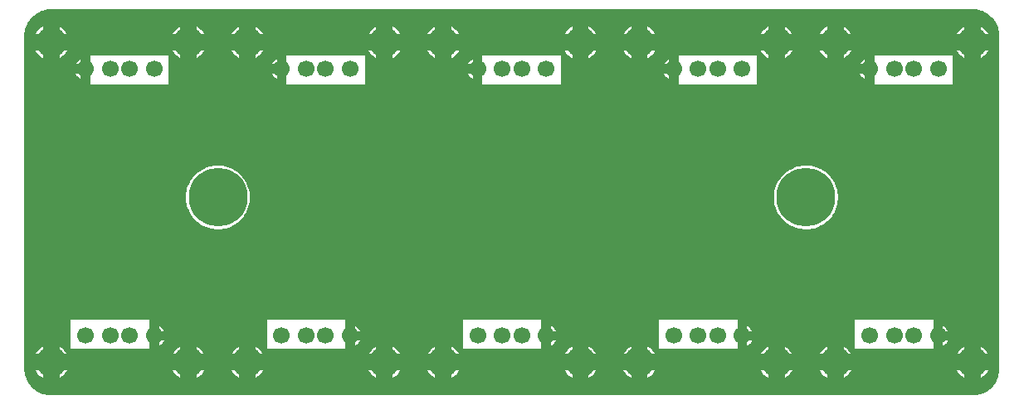
<source format=gbl>
G04 Layer: BottomLayer*
G04 EasyEDA v6.5.1, 2022-07-02 21:29:07*
G04 a67cddfb3fce44daa9051d46cbbcc19f,10*
G04 Gerber Generator version 0.2*
G04 Scale: 100 percent, Rotated: No, Reflected: No *
G04 Dimensions in millimeters *
G04 leading zeros omitted , absolute positions ,4 integer and 5 decimal *
%FSLAX45Y45*%
%MOMM*%

%ADD11C,3.1000*%
%ADD12C,1.7000*%
%ADD13C,6.0000*%
%ADD14C,1.2700*%

%LPD*%
G36*
X300278Y25908D02*
G01*
X278079Y26822D01*
X256743Y29362D01*
X235610Y33629D01*
X214934Y39471D01*
X194767Y46939D01*
X175209Y55981D01*
X156464Y66548D01*
X138582Y78536D01*
X121716Y91846D01*
X105918Y106476D01*
X91338Y122326D01*
X78028Y139242D01*
X66141Y157124D01*
X55626Y175920D01*
X46634Y195478D01*
X39217Y215696D01*
X33426Y236423D01*
X29260Y257505D01*
X26771Y278892D01*
X25908Y300685D01*
X25908Y3699306D01*
X26822Y3721912D01*
X29362Y3743248D01*
X33629Y3764381D01*
X39471Y3785057D01*
X46939Y3805224D01*
X55981Y3824782D01*
X66548Y3843528D01*
X78536Y3861409D01*
X91846Y3878275D01*
X106476Y3894074D01*
X122326Y3908653D01*
X139242Y3921963D01*
X157124Y3933901D01*
X175920Y3944365D01*
X195478Y3953357D01*
X215696Y3960774D01*
X236423Y3966565D01*
X257505Y3970731D01*
X278892Y3973220D01*
X300685Y3974084D01*
X9699294Y3974084D01*
X9721900Y3973169D01*
X9743287Y3970629D01*
X9764369Y3966413D01*
X9785045Y3960520D01*
X9805263Y3953052D01*
X9824770Y3944010D01*
X9843516Y3933444D01*
X9861397Y3921506D01*
X9878314Y3908145D01*
X9894062Y3893515D01*
X9908641Y3877665D01*
X9921951Y3860749D01*
X9933889Y3842867D01*
X9944354Y3824071D01*
X9953345Y3804513D01*
X9960762Y3784295D01*
X9966553Y3763568D01*
X9970770Y3742486D01*
X9973259Y3721100D01*
X9974072Y3699306D01*
X9974072Y300685D01*
X9973157Y278079D01*
X9970617Y256743D01*
X9966401Y235610D01*
X9960508Y214934D01*
X9953040Y194767D01*
X9943998Y175209D01*
X9933482Y156464D01*
X9921494Y138582D01*
X9908133Y121716D01*
X9893503Y105918D01*
X9877704Y91338D01*
X9860788Y78028D01*
X9842855Y66141D01*
X9824059Y55626D01*
X9804501Y46634D01*
X9784334Y39217D01*
X9763607Y33426D01*
X9742474Y29260D01*
X9721088Y26771D01*
X9699294Y25908D01*
G37*

%LPC*%
G36*
X8139785Y3719372D02*
G01*
X8216138Y3719372D01*
X8216138Y3795623D01*
X8202930Y3788156D01*
X8187740Y3777335D01*
X8173770Y3765042D01*
X8161121Y3751376D01*
X8149945Y3736492D01*
G37*
G36*
X1616151Y204368D02*
G01*
X1616151Y280670D01*
X1539798Y280670D01*
X1540306Y279501D01*
X1549908Y263499D01*
X1561084Y248615D01*
X1573733Y234950D01*
X1587703Y222656D01*
X1602892Y211836D01*
G37*
G36*
X1783842Y204368D02*
G01*
X1797100Y211836D01*
X1812239Y222656D01*
X1826260Y234950D01*
X1838909Y248615D01*
X1850085Y263499D01*
X1859686Y279501D01*
X1860194Y280670D01*
X1783842Y280670D01*
G37*
G36*
X216154Y204368D02*
G01*
X216154Y280670D01*
X139801Y280670D01*
X149910Y263499D01*
X161086Y248615D01*
X173736Y234950D01*
X187756Y222656D01*
X202946Y211836D01*
G37*
G36*
X6216142Y204368D02*
G01*
X6216142Y280670D01*
X6139789Y280670D01*
X6149898Y263499D01*
X6161125Y248615D01*
X6173774Y234950D01*
X6187744Y222656D01*
X6202934Y211836D01*
G37*
G36*
X4216146Y204368D02*
G01*
X4216146Y280670D01*
X4139793Y280670D01*
X4149902Y263499D01*
X4161078Y248615D01*
X4173778Y234950D01*
X4187748Y222656D01*
X4202938Y211836D01*
G37*
G36*
X2216150Y204368D02*
G01*
X2216150Y280670D01*
X2139797Y280670D01*
X2149906Y263499D01*
X2161082Y248615D01*
X2173732Y234950D01*
X2187752Y222656D01*
X2202942Y211836D01*
G37*
G36*
X3616147Y204368D02*
G01*
X3616147Y280670D01*
X3539794Y280670D01*
X3540302Y279501D01*
X3549904Y263499D01*
X3561079Y248615D01*
X3573729Y234950D01*
X3587750Y222656D01*
X3602888Y211836D01*
G37*
G36*
X7616139Y204368D02*
G01*
X7616139Y280670D01*
X7539786Y280670D01*
X7540294Y279501D01*
X7549896Y263499D01*
X7561072Y248615D01*
X7573721Y234950D01*
X7587742Y222656D01*
X7602880Y211836D01*
G37*
G36*
X5616143Y204368D02*
G01*
X5616143Y280670D01*
X5539790Y280670D01*
X5540298Y279501D01*
X5549900Y263499D01*
X5561076Y248615D01*
X5573725Y234950D01*
X5587746Y222656D01*
X5602884Y211836D01*
G37*
G36*
X8216138Y204368D02*
G01*
X8216138Y280670D01*
X8139785Y280670D01*
X8149945Y263499D01*
X8161121Y248615D01*
X8173770Y234950D01*
X8187740Y222656D01*
X8202930Y211836D01*
G37*
G36*
X9616135Y204368D02*
G01*
X9616135Y280670D01*
X9539782Y280670D01*
X9549892Y263499D01*
X9561068Y248615D01*
X9573717Y234950D01*
X9587738Y222656D01*
X9602927Y211836D01*
G37*
G36*
X3783837Y204368D02*
G01*
X3797096Y211836D01*
X3812235Y222656D01*
X3826256Y234950D01*
X3838905Y248615D01*
X3850081Y263499D01*
X3859682Y279501D01*
X3860190Y280670D01*
X3783837Y280670D01*
G37*
G36*
X2383840Y204368D02*
G01*
X2397099Y211836D01*
X2412288Y222656D01*
X2426258Y234950D01*
X2438908Y248615D01*
X2450084Y263499D01*
X2460244Y280670D01*
X2383840Y280670D01*
G37*
G36*
X6383832Y204368D02*
G01*
X6397091Y211836D01*
X6412280Y222656D01*
X6426250Y234950D01*
X6438900Y248615D01*
X6450076Y263499D01*
X6460236Y280670D01*
X6383832Y280670D01*
G37*
G36*
X5783834Y204368D02*
G01*
X5797092Y211836D01*
X5812231Y222656D01*
X5826252Y234950D01*
X5838901Y248615D01*
X5850077Y263499D01*
X5859678Y279501D01*
X5860186Y280670D01*
X5783834Y280670D01*
G37*
G36*
X7783830Y204368D02*
G01*
X7797088Y211836D01*
X7812278Y222656D01*
X7826248Y234950D01*
X7838897Y248615D01*
X7850073Y263499D01*
X7859674Y279501D01*
X7860182Y280670D01*
X7783830Y280670D01*
G37*
G36*
X8383879Y204368D02*
G01*
X8397087Y211836D01*
X8412276Y222656D01*
X8426246Y234950D01*
X8438896Y248615D01*
X8450072Y263499D01*
X8460232Y280670D01*
X8383879Y280670D01*
G37*
G36*
X4383836Y204368D02*
G01*
X4397095Y211836D01*
X4412284Y222656D01*
X4426254Y234950D01*
X4438904Y248615D01*
X4450080Y263499D01*
X4460240Y280670D01*
X4383836Y280670D01*
G37*
G36*
X9783826Y204368D02*
G01*
X9797084Y211836D01*
X9812274Y222656D01*
X9826244Y234950D01*
X9838893Y248615D01*
X9850069Y263499D01*
X9860229Y280670D01*
X9783826Y280670D01*
G37*
G36*
X1539951Y448360D02*
G01*
X1616151Y448360D01*
X1616151Y524560D01*
X1610868Y521919D01*
X1595170Y511911D01*
X1580591Y500380D01*
X1567230Y487375D01*
X1555292Y473049D01*
X1544929Y457606D01*
G37*
G36*
X140004Y448360D02*
G01*
X216154Y448360D01*
X216154Y524560D01*
X210921Y521919D01*
X195173Y511911D01*
X180594Y500380D01*
X167233Y487375D01*
X155346Y473049D01*
X144932Y457606D01*
G37*
G36*
X383844Y448360D02*
G01*
X460044Y448360D01*
X455117Y457606D01*
X444703Y473049D01*
X432765Y487375D01*
X419404Y500380D01*
X404825Y511911D01*
X389128Y521919D01*
X383844Y524560D01*
G37*
G36*
X1783842Y448360D02*
G01*
X1859991Y448360D01*
X1855063Y457606D01*
X1844700Y473049D01*
X1832762Y487375D01*
X1819402Y500380D01*
X1804822Y511911D01*
X1789074Y521919D01*
X1783842Y524560D01*
G37*
G36*
X5539994Y448360D02*
G01*
X5616143Y448360D01*
X5616143Y524560D01*
X5610910Y521919D01*
X5595162Y511911D01*
X5580583Y500380D01*
X5567222Y487375D01*
X5555284Y473049D01*
X5544921Y457606D01*
G37*
G36*
X8139988Y448360D02*
G01*
X8216138Y448360D01*
X8216138Y524560D01*
X8210905Y521919D01*
X8195208Y511911D01*
X8180578Y500380D01*
X8167268Y487375D01*
X8155330Y473049D01*
X8144916Y457606D01*
G37*
G36*
X6139992Y448360D02*
G01*
X6216142Y448360D01*
X6216142Y524560D01*
X6210909Y521919D01*
X6195212Y511911D01*
X6180582Y500380D01*
X6167272Y487375D01*
X6155334Y473049D01*
X6144920Y457606D01*
G37*
G36*
X6383832Y448360D02*
G01*
X6460032Y448360D01*
X6455105Y457606D01*
X6444691Y473049D01*
X6432753Y487375D01*
X6419443Y500380D01*
X6404813Y511911D01*
X6389116Y521919D01*
X6383832Y524560D01*
G37*
G36*
X7783830Y448360D02*
G01*
X7860030Y448360D01*
X7855051Y457606D01*
X7844688Y473049D01*
X7832750Y487375D01*
X7819390Y500380D01*
X7804810Y511911D01*
X7789113Y521919D01*
X7783830Y524560D01*
G37*
G36*
X2383840Y448360D02*
G01*
X2460040Y448360D01*
X2455113Y457606D01*
X2444699Y473049D01*
X2432761Y487375D01*
X2419400Y500380D01*
X2404821Y511911D01*
X2389124Y521919D01*
X2383840Y524560D01*
G37*
G36*
X4383836Y448360D02*
G01*
X4460036Y448360D01*
X4455109Y457606D01*
X4444695Y473049D01*
X4432757Y487375D01*
X4419447Y500380D01*
X4404817Y511911D01*
X4389120Y521919D01*
X4383836Y524560D01*
G37*
G36*
X9539986Y448360D02*
G01*
X9616135Y448360D01*
X9616135Y524560D01*
X9610902Y521919D01*
X9595154Y511911D01*
X9580575Y500380D01*
X9567214Y487375D01*
X9555327Y473049D01*
X9544913Y457606D01*
G37*
G36*
X4139996Y448360D02*
G01*
X4216146Y448360D01*
X4216146Y524560D01*
X4210913Y521919D01*
X4195216Y511911D01*
X4180586Y500380D01*
X4167276Y487375D01*
X4155338Y473049D01*
X4144924Y457606D01*
G37*
G36*
X7539990Y448360D02*
G01*
X7616139Y448360D01*
X7616139Y524560D01*
X7610906Y521919D01*
X7595158Y511911D01*
X7580579Y500380D01*
X7567218Y487375D01*
X7555280Y473049D01*
X7544917Y457606D01*
G37*
G36*
X2140000Y448360D02*
G01*
X2216150Y448360D01*
X2216150Y524560D01*
X2210917Y521919D01*
X2195169Y511911D01*
X2180590Y500380D01*
X2167229Y487375D01*
X2155342Y473049D01*
X2144928Y457606D01*
G37*
G36*
X9783826Y448360D02*
G01*
X9860026Y448360D01*
X9855098Y457606D01*
X9844684Y473049D01*
X9832746Y487375D01*
X9819386Y500380D01*
X9804806Y511911D01*
X9789109Y521919D01*
X9783826Y524560D01*
G37*
G36*
X5783834Y448360D02*
G01*
X5860034Y448360D01*
X5855055Y457606D01*
X5844692Y473049D01*
X5832754Y487375D01*
X5819394Y500380D01*
X5804814Y511911D01*
X5789066Y521919D01*
X5783834Y524560D01*
G37*
G36*
X3539947Y448360D02*
G01*
X3616147Y448360D01*
X3616147Y524560D01*
X3610914Y521919D01*
X3595166Y511911D01*
X3580587Y500380D01*
X3567226Y487375D01*
X3555288Y473049D01*
X3544925Y457606D01*
G37*
G36*
X3783837Y448360D02*
G01*
X3859987Y448360D01*
X3855059Y457606D01*
X3844696Y473049D01*
X3832758Y487375D01*
X3819398Y500380D01*
X3804818Y511911D01*
X3789070Y521919D01*
X3783837Y524560D01*
G37*
G36*
X8383879Y448360D02*
G01*
X8460028Y448360D01*
X8455101Y457606D01*
X8444687Y473049D01*
X8432749Y487375D01*
X8419439Y500380D01*
X8404809Y511911D01*
X8389112Y521919D01*
X8383879Y524560D01*
G37*
G36*
X6500977Y499973D02*
G01*
X7298994Y499973D01*
X7300010Y500989D01*
X7300010Y521411D01*
X7300315Y523849D01*
X7301128Y526084D01*
X7301128Y592124D01*
X7300315Y594410D01*
X7300010Y596798D01*
X7300010Y674166D01*
X7300315Y676605D01*
X7301128Y678891D01*
X7301128Y745032D01*
X7300315Y747268D01*
X7300010Y749706D01*
X7300010Y798982D01*
X7298994Y799998D01*
X6500977Y799998D01*
X6500012Y798982D01*
X6500012Y500989D01*
G37*
G36*
X2500985Y499973D02*
G01*
X3299002Y499973D01*
X3300018Y500989D01*
X3300018Y521411D01*
X3300272Y523849D01*
X3301136Y526084D01*
X3301136Y592124D01*
X3300272Y594410D01*
X3300018Y596798D01*
X3300018Y674166D01*
X3300272Y676605D01*
X3301136Y678891D01*
X3301136Y745032D01*
X3300272Y747268D01*
X3300018Y749706D01*
X3300018Y798982D01*
X3299002Y799998D01*
X2500985Y799998D01*
X2500020Y798982D01*
X2500020Y500989D01*
X2500172Y500176D01*
G37*
G36*
X8501024Y499973D02*
G01*
X9298990Y499973D01*
X9300006Y500989D01*
X9300006Y521411D01*
X9300311Y523849D01*
X9301124Y526084D01*
X9301124Y592124D01*
X9300311Y594410D01*
X9300006Y596798D01*
X9300006Y674166D01*
X9300311Y676605D01*
X9301124Y678891D01*
X9301124Y745032D01*
X9300311Y747268D01*
X9300006Y749706D01*
X9300006Y798982D01*
X9298990Y799998D01*
X8501024Y799998D01*
X8500008Y798982D01*
X8500008Y500989D01*
G37*
G36*
X500989Y499973D02*
G01*
X1299006Y499973D01*
X1300022Y500989D01*
X1300022Y521411D01*
X1300276Y523849D01*
X1301140Y526084D01*
X1301140Y592124D01*
X1300276Y594360D01*
X1300022Y596798D01*
X1300022Y674166D01*
X1300276Y676605D01*
X1301140Y678891D01*
X1301140Y745032D01*
X1300276Y747268D01*
X1300022Y749706D01*
X1300022Y798982D01*
X1299006Y799998D01*
X500989Y799998D01*
X500024Y798982D01*
X500024Y500989D01*
X500176Y500176D01*
G37*
G36*
X4500981Y499973D02*
G01*
X5298998Y499973D01*
X5300014Y500989D01*
X5300014Y521411D01*
X5300268Y523849D01*
X5301132Y526084D01*
X5301132Y592124D01*
X5300268Y594360D01*
X5300014Y596798D01*
X5300014Y674166D01*
X5300268Y676605D01*
X5301132Y678891D01*
X5301132Y745032D01*
X5300268Y747268D01*
X5300014Y749706D01*
X5300014Y798982D01*
X5298998Y799998D01*
X4500981Y799998D01*
X4500016Y798982D01*
X4500016Y500989D01*
G37*
G36*
X1398828Y536194D02*
G01*
X1404416Y538886D01*
X1416304Y546608D01*
X1427124Y555853D01*
X1436674Y566369D01*
X1444802Y578002D01*
X1449324Y586638D01*
X1398828Y586638D01*
G37*
G36*
X3398824Y536194D02*
G01*
X3404412Y538886D01*
X3416300Y546608D01*
X3427120Y555853D01*
X3436670Y566369D01*
X3444798Y578002D01*
X3449320Y586638D01*
X3398824Y586638D01*
G37*
G36*
X9398863Y536194D02*
G01*
X9404400Y538886D01*
X9416338Y546608D01*
X9427159Y555853D01*
X9436709Y566369D01*
X9444837Y578002D01*
X9449308Y586638D01*
X9398863Y586638D01*
G37*
G36*
X5398871Y536194D02*
G01*
X5404408Y538886D01*
X5416346Y546608D01*
X5427116Y555853D01*
X5436717Y566369D01*
X5444845Y578002D01*
X5449316Y586638D01*
X5398871Y586638D01*
G37*
G36*
X7398867Y536194D02*
G01*
X7404404Y538886D01*
X7416342Y546608D01*
X7427163Y555853D01*
X7436713Y566369D01*
X7444841Y578002D01*
X7449312Y586638D01*
X7398867Y586638D01*
G37*
G36*
X1398828Y684326D02*
G01*
X1449374Y684326D01*
X1448308Y686765D01*
X1440942Y698906D01*
X1432102Y710031D01*
X1421892Y719937D01*
X1410512Y728421D01*
X1398828Y734974D01*
G37*
G36*
X5398871Y684326D02*
G01*
X5449366Y684326D01*
X5448300Y686765D01*
X5440934Y698906D01*
X5432094Y710031D01*
X5421884Y719937D01*
X5410504Y728421D01*
X5398871Y734974D01*
G37*
G36*
X3398824Y684326D02*
G01*
X3449370Y684326D01*
X3448304Y686765D01*
X3440937Y698906D01*
X3432098Y710031D01*
X3421887Y719937D01*
X3410508Y728421D01*
X3398824Y734974D01*
G37*
G36*
X7398867Y684326D02*
G01*
X7449413Y684326D01*
X7448296Y686765D01*
X7440930Y698906D01*
X7432090Y710031D01*
X7421880Y719937D01*
X7410500Y728421D01*
X7398867Y734974D01*
G37*
G36*
X9398863Y684326D02*
G01*
X9449409Y684326D01*
X9448292Y686765D01*
X9440926Y698906D01*
X9432086Y710031D01*
X9421876Y719937D01*
X9410496Y728421D01*
X9398863Y734974D01*
G37*
G36*
X383844Y204368D02*
G01*
X397103Y211836D01*
X412292Y222656D01*
X426262Y234950D01*
X438912Y248615D01*
X450088Y263499D01*
X460248Y280670D01*
X383844Y280670D01*
G37*
G36*
X8006334Y1724152D02*
G01*
X8031530Y1725625D01*
X8056575Y1729079D01*
X8081314Y1734413D01*
X8105495Y1741678D01*
X8129066Y1750771D01*
X8151875Y1761693D01*
X8173770Y1774291D01*
X8194598Y1788617D01*
X8214309Y1804466D01*
X8232648Y1821789D01*
X8249666Y1840534D01*
X8265159Y1860499D01*
X8279028Y1881632D01*
X8291220Y1903730D01*
X8301685Y1926742D01*
X8310321Y1950516D01*
X8317128Y1974850D01*
X8322005Y1999640D01*
X8324900Y2024735D01*
X8325916Y2050034D01*
X8324900Y2075281D01*
X8322005Y2100376D01*
X8317128Y2125167D01*
X8310321Y2149500D01*
X8301685Y2173274D01*
X8291220Y2196287D01*
X8279028Y2218385D01*
X8265159Y2239518D01*
X8249666Y2259482D01*
X8232648Y2278227D01*
X8214309Y2295550D01*
X8194598Y2311400D01*
X8173770Y2325725D01*
X8151875Y2338374D01*
X8129066Y2349246D01*
X8105495Y2358339D01*
X8081314Y2365603D01*
X8056575Y2370937D01*
X8031530Y2374392D01*
X8006334Y2375865D01*
X7981035Y2375357D01*
X7955889Y2372918D01*
X7930997Y2368550D01*
X7906512Y2362200D01*
X7882636Y2354021D01*
X7859420Y2344013D01*
X7837068Y2332228D01*
X7815681Y2318766D01*
X7795412Y2303678D01*
X7776362Y2287066D01*
X7758633Y2269032D01*
X7742428Y2249678D01*
X7727696Y2229104D01*
X7714640Y2207463D01*
X7703312Y2184857D01*
X7693761Y2161489D01*
X7686040Y2137410D01*
X7680198Y2112822D01*
X7676286Y2087829D01*
X7674356Y2062632D01*
X7674356Y2037384D01*
X7676286Y2012188D01*
X7680198Y1987194D01*
X7686040Y1962607D01*
X7693761Y1938528D01*
X7703312Y1915160D01*
X7714640Y1892554D01*
X7727696Y1870913D01*
X7742428Y1850389D01*
X7758633Y1830984D01*
X7776362Y1812950D01*
X7795412Y1796338D01*
X7815681Y1781251D01*
X7837068Y1767789D01*
X7859420Y1756003D01*
X7882636Y1745996D01*
X7906512Y1737817D01*
X7930997Y1731518D01*
X7955889Y1727098D01*
X7981035Y1724660D01*
G37*
G36*
X700989Y3199993D02*
G01*
X1499006Y3199993D01*
X1500022Y3201009D01*
X1500022Y3499002D01*
X1499006Y3500018D01*
X700989Y3500018D01*
X700024Y3499002D01*
X700024Y3478580D01*
X699719Y3476193D01*
X698855Y3473907D01*
X698855Y3407918D01*
X699719Y3405632D01*
X700024Y3403193D01*
X700024Y3325825D01*
X699719Y3323386D01*
X698855Y3321100D01*
X698855Y3255010D01*
X699719Y3252724D01*
X700024Y3250285D01*
X700024Y3201009D01*
G37*
G36*
X4700981Y3199993D02*
G01*
X5498998Y3199993D01*
X5500014Y3201009D01*
X5500014Y3499002D01*
X5498998Y3500018D01*
X4700981Y3500018D01*
X4700016Y3499002D01*
X4700016Y3478580D01*
X4699711Y3476193D01*
X4698847Y3473907D01*
X4698847Y3407918D01*
X4699711Y3405632D01*
X4700016Y3403193D01*
X4700016Y3325825D01*
X4699711Y3323386D01*
X4698847Y3321100D01*
X4698847Y3255010D01*
X4699711Y3252724D01*
X4700016Y3250285D01*
X4700016Y3201009D01*
X4700168Y3200146D01*
G37*
G36*
X2700985Y3199993D02*
G01*
X3499002Y3199993D01*
X3500018Y3201009D01*
X3500018Y3499002D01*
X3499002Y3500018D01*
X2700985Y3500018D01*
X2700020Y3499002D01*
X2700020Y3478580D01*
X2699715Y3476142D01*
X2698851Y3473907D01*
X2698851Y3407918D01*
X2699715Y3405632D01*
X2700020Y3403193D01*
X2700020Y3325825D01*
X2699715Y3323386D01*
X2698851Y3321100D01*
X2698851Y3255010D01*
X2699715Y3252724D01*
X2700020Y3250285D01*
X2700020Y3201009D01*
G37*
G36*
X6701028Y3199993D02*
G01*
X7498994Y3199993D01*
X7500010Y3201009D01*
X7500010Y3499002D01*
X7498994Y3500018D01*
X6701028Y3500018D01*
X6700012Y3499002D01*
X6700012Y3478580D01*
X6699707Y3476142D01*
X6698843Y3473907D01*
X6698843Y3407918D01*
X6699707Y3405632D01*
X6700012Y3403193D01*
X6700012Y3325825D01*
X6699707Y3323386D01*
X6698843Y3321100D01*
X6698843Y3255010D01*
X6699707Y3252724D01*
X6700012Y3250285D01*
X6700012Y3201009D01*
G37*
G36*
X8701024Y3199993D02*
G01*
X9498990Y3199993D01*
X9500006Y3201009D01*
X9500006Y3499002D01*
X9498990Y3500018D01*
X8701024Y3500018D01*
X8700008Y3499002D01*
X8700008Y3478580D01*
X8699703Y3476142D01*
X8698839Y3473907D01*
X8698839Y3407918D01*
X8699703Y3405632D01*
X8700008Y3403193D01*
X8700008Y3325825D01*
X8699703Y3323386D01*
X8698839Y3321100D01*
X8698839Y3255010D01*
X8699703Y3252724D01*
X8700008Y3250285D01*
X8700008Y3201009D01*
G37*
G36*
X601167Y3265017D02*
G01*
X601167Y3315665D01*
X550621Y3315665D01*
X551688Y3313226D01*
X559054Y3301085D01*
X567893Y3289960D01*
X578104Y3280054D01*
X589534Y3271570D01*
G37*
G36*
X2601163Y3265017D02*
G01*
X2601163Y3315665D01*
X2550617Y3315665D01*
X2551684Y3313226D01*
X2559050Y3301085D01*
X2567889Y3289960D01*
X2578100Y3280054D01*
X2589530Y3271570D01*
G37*
G36*
X4601159Y3265017D02*
G01*
X4601159Y3315665D01*
X4550613Y3315665D01*
X4551680Y3313226D01*
X4559046Y3301085D01*
X4567936Y3289960D01*
X4578096Y3280054D01*
X4589526Y3271570D01*
G37*
G36*
X8601151Y3265017D02*
G01*
X8601151Y3315665D01*
X8550605Y3315665D01*
X8551672Y3313226D01*
X8559038Y3301085D01*
X8567928Y3289960D01*
X8578138Y3280054D01*
X8589518Y3271570D01*
G37*
G36*
X6601155Y3265017D02*
G01*
X6601155Y3315665D01*
X6550609Y3315665D01*
X6551676Y3313226D01*
X6559042Y3301085D01*
X6567931Y3289960D01*
X6578142Y3280054D01*
X6589522Y3271570D01*
G37*
G36*
X550672Y3413353D02*
G01*
X601167Y3413353D01*
X601167Y3463798D01*
X595579Y3461105D01*
X583692Y3453384D01*
X572871Y3444189D01*
X563321Y3433622D01*
X555193Y3421989D01*
G37*
G36*
X4550664Y3413353D02*
G01*
X4601159Y3413353D01*
X4601159Y3463798D01*
X4595571Y3461105D01*
X4583684Y3453384D01*
X4572863Y3444189D01*
X4563313Y3433622D01*
X4555185Y3421989D01*
G37*
G36*
X8550656Y3413353D02*
G01*
X8601151Y3413353D01*
X8601151Y3463798D01*
X8595563Y3461105D01*
X8583676Y3453384D01*
X8572855Y3444189D01*
X8563305Y3433622D01*
X8555177Y3421989D01*
G37*
G36*
X6550659Y3413353D02*
G01*
X6601155Y3413353D01*
X6601155Y3463798D01*
X6595567Y3461105D01*
X6583680Y3453384D01*
X6572859Y3444189D01*
X6563309Y3433622D01*
X6555181Y3421989D01*
G37*
G36*
X2550668Y3413353D02*
G01*
X2601163Y3413353D01*
X2601163Y3463798D01*
X2595575Y3461105D01*
X2583688Y3453384D01*
X2572867Y3444189D01*
X2563317Y3433622D01*
X2555189Y3421989D01*
G37*
G36*
X8383879Y3475431D02*
G01*
X8389112Y3478072D01*
X8404809Y3488080D01*
X8419439Y3499612D01*
X8432749Y3512616D01*
X8444687Y3526942D01*
X8455101Y3542385D01*
X8460028Y3551631D01*
X8383879Y3551631D01*
G37*
G36*
X3783837Y3475431D02*
G01*
X3789070Y3478072D01*
X3804818Y3488080D01*
X3819398Y3499612D01*
X3832758Y3512616D01*
X3844696Y3526942D01*
X3855059Y3542385D01*
X3859987Y3551631D01*
X3783837Y3551631D01*
G37*
G36*
X4383836Y3475431D02*
G01*
X4389120Y3478072D01*
X4404817Y3488080D01*
X4419447Y3499612D01*
X4432757Y3512616D01*
X4444695Y3526942D01*
X4455109Y3542385D01*
X4460036Y3551631D01*
X4383836Y3551631D01*
G37*
G36*
X1616151Y3475431D02*
G01*
X1616151Y3551631D01*
X1539951Y3551631D01*
X1544929Y3542385D01*
X1555292Y3526942D01*
X1567230Y3512616D01*
X1580591Y3499612D01*
X1595170Y3488080D01*
X1610868Y3478072D01*
G37*
G36*
X6383832Y3475431D02*
G01*
X6389116Y3478072D01*
X6404813Y3488080D01*
X6419443Y3499612D01*
X6432753Y3512616D01*
X6444691Y3526942D01*
X6455105Y3542385D01*
X6460032Y3551631D01*
X6383832Y3551631D01*
G37*
G36*
X7783830Y3475431D02*
G01*
X7789113Y3478072D01*
X7804810Y3488080D01*
X7819390Y3499612D01*
X7832750Y3512616D01*
X7844688Y3526942D01*
X7855051Y3542385D01*
X7860030Y3551631D01*
X7783830Y3551631D01*
G37*
G36*
X383844Y3475431D02*
G01*
X389128Y3478072D01*
X404825Y3488080D01*
X419404Y3499612D01*
X432765Y3512616D01*
X444703Y3526942D01*
X455117Y3542385D01*
X460044Y3551631D01*
X383844Y3551631D01*
G37*
G36*
X1783842Y3475431D02*
G01*
X1789074Y3478072D01*
X1804822Y3488080D01*
X1819402Y3499612D01*
X1832762Y3512616D01*
X1844700Y3526942D01*
X1855063Y3542385D01*
X1859991Y3551631D01*
X1783842Y3551631D01*
G37*
G36*
X9783826Y3475431D02*
G01*
X9789109Y3478072D01*
X9804806Y3488080D01*
X9819386Y3499612D01*
X9832746Y3512616D01*
X9844684Y3526942D01*
X9855098Y3542385D01*
X9860026Y3551631D01*
X9783826Y3551631D01*
G37*
G36*
X5783834Y3475431D02*
G01*
X5789066Y3478072D01*
X5804814Y3488080D01*
X5819394Y3499612D01*
X5832754Y3512616D01*
X5844692Y3526942D01*
X5855055Y3542385D01*
X5860034Y3551631D01*
X5783834Y3551631D01*
G37*
G36*
X2383840Y3475431D02*
G01*
X2389124Y3478072D01*
X2404821Y3488080D01*
X2419400Y3499612D01*
X2432761Y3512616D01*
X2444699Y3526942D01*
X2455113Y3542385D01*
X2460040Y3551631D01*
X2383840Y3551631D01*
G37*
G36*
X216154Y3475431D02*
G01*
X216154Y3551631D01*
X140004Y3551631D01*
X144932Y3542385D01*
X155346Y3526942D01*
X167233Y3512616D01*
X180594Y3499612D01*
X195173Y3488080D01*
X210921Y3478072D01*
G37*
G36*
X5616143Y3475431D02*
G01*
X5616143Y3551631D01*
X5539994Y3551631D01*
X5544921Y3542385D01*
X5555284Y3526942D01*
X5567222Y3512616D01*
X5580583Y3499612D01*
X5595162Y3488080D01*
X5610910Y3478072D01*
G37*
G36*
X8216138Y3475431D02*
G01*
X8216138Y3551631D01*
X8139988Y3551631D01*
X8144916Y3542385D01*
X8155330Y3526942D01*
X8167268Y3512616D01*
X8180578Y3499612D01*
X8195208Y3488080D01*
X8210905Y3478072D01*
G37*
G36*
X2216150Y3475431D02*
G01*
X2216150Y3551631D01*
X2140000Y3551631D01*
X2144928Y3542385D01*
X2155342Y3526942D01*
X2167229Y3512616D01*
X2180590Y3499612D01*
X2195169Y3488080D01*
X2210917Y3478072D01*
G37*
G36*
X7616139Y3475431D02*
G01*
X7616139Y3551631D01*
X7539990Y3551631D01*
X7544917Y3542385D01*
X7555280Y3526942D01*
X7567218Y3512616D01*
X7580579Y3499612D01*
X7595158Y3488080D01*
X7610906Y3478072D01*
G37*
G36*
X6216142Y3475431D02*
G01*
X6216142Y3551631D01*
X6139992Y3551631D01*
X6144920Y3542385D01*
X6155334Y3526942D01*
X6167272Y3512616D01*
X6180582Y3499612D01*
X6195212Y3488080D01*
X6210909Y3478072D01*
G37*
G36*
X4216146Y3475431D02*
G01*
X4216146Y3551631D01*
X4139996Y3551631D01*
X4144924Y3542385D01*
X4155338Y3526942D01*
X4167276Y3512616D01*
X4180586Y3499612D01*
X4195216Y3488080D01*
X4210913Y3478072D01*
G37*
G36*
X3616147Y3475431D02*
G01*
X3616147Y3551631D01*
X3539947Y3551631D01*
X3544925Y3542385D01*
X3555288Y3526942D01*
X3567226Y3512616D01*
X3580587Y3499612D01*
X3595166Y3488080D01*
X3610914Y3478072D01*
G37*
G36*
X9616135Y3475431D02*
G01*
X9616135Y3551631D01*
X9539986Y3551631D01*
X9544913Y3542385D01*
X9555327Y3526942D01*
X9567214Y3512616D01*
X9580575Y3499612D01*
X9595154Y3488080D01*
X9610902Y3478072D01*
G37*
G36*
X139801Y3719372D02*
G01*
X216154Y3719372D01*
X216154Y3795623D01*
X202946Y3788156D01*
X187756Y3777335D01*
X173736Y3765042D01*
X161086Y3751376D01*
X149910Y3736492D01*
G37*
G36*
X383844Y3719372D02*
G01*
X460248Y3719372D01*
X450088Y3736492D01*
X438912Y3751376D01*
X426262Y3765042D01*
X412292Y3777335D01*
X397103Y3788156D01*
X383844Y3795623D01*
G37*
G36*
X1539798Y3719372D02*
G01*
X1616151Y3719372D01*
X1616151Y3795623D01*
X1602892Y3788156D01*
X1587703Y3777335D01*
X1573733Y3765042D01*
X1561084Y3751376D01*
X1549908Y3736492D01*
X1540306Y3720541D01*
G37*
G36*
X1783842Y3719372D02*
G01*
X1860194Y3719372D01*
X1859686Y3720541D01*
X1850085Y3736492D01*
X1838909Y3751376D01*
X1826260Y3765042D01*
X1812239Y3777335D01*
X1797100Y3788156D01*
X1783842Y3795623D01*
G37*
G36*
X5783834Y3719372D02*
G01*
X5860186Y3719372D01*
X5859678Y3720541D01*
X5850077Y3736492D01*
X5838901Y3751376D01*
X5826252Y3765042D01*
X5812231Y3777335D01*
X5797092Y3788156D01*
X5783834Y3795623D01*
G37*
G36*
X4383836Y3719372D02*
G01*
X4460240Y3719372D01*
X4450080Y3736492D01*
X4438904Y3751376D01*
X4426254Y3765042D01*
X4412284Y3777335D01*
X4397095Y3788156D01*
X4383836Y3795623D01*
G37*
G36*
X7783830Y3719372D02*
G01*
X7860182Y3719372D01*
X7859674Y3720541D01*
X7850073Y3736492D01*
X7838897Y3751376D01*
X7826248Y3765042D01*
X7812278Y3777335D01*
X7797088Y3788156D01*
X7783830Y3795623D01*
G37*
G36*
X3783837Y3719372D02*
G01*
X3860190Y3719372D01*
X3859682Y3720541D01*
X3850081Y3736492D01*
X3838905Y3751376D01*
X3826256Y3765042D01*
X3812235Y3777335D01*
X3797096Y3788156D01*
X3783837Y3795623D01*
G37*
G36*
X2383840Y3719372D02*
G01*
X2460244Y3719372D01*
X2450084Y3736492D01*
X2438908Y3751376D01*
X2426258Y3765042D01*
X2412288Y3777335D01*
X2397099Y3788156D01*
X2383840Y3795623D01*
G37*
G36*
X6383832Y3719372D02*
G01*
X6460236Y3719372D01*
X6450076Y3736492D01*
X6438900Y3751376D01*
X6426250Y3765042D01*
X6412280Y3777335D01*
X6397091Y3788156D01*
X6383832Y3795623D01*
G37*
G36*
X8383879Y3719372D02*
G01*
X8460232Y3719372D01*
X8450072Y3736492D01*
X8438896Y3751376D01*
X8426246Y3765042D01*
X8412276Y3777335D01*
X8397087Y3788156D01*
X8383879Y3795623D01*
G37*
G36*
X9783826Y3719372D02*
G01*
X9860229Y3719372D01*
X9850069Y3736492D01*
X9838893Y3751376D01*
X9826244Y3765042D01*
X9812274Y3777335D01*
X9797084Y3788156D01*
X9783826Y3795623D01*
G37*
G36*
X2139797Y3719372D02*
G01*
X2216150Y3719372D01*
X2216150Y3795623D01*
X2202942Y3788156D01*
X2187752Y3777335D01*
X2173732Y3765042D01*
X2161082Y3751376D01*
X2149906Y3736492D01*
G37*
G36*
X4139793Y3719372D02*
G01*
X4216146Y3719372D01*
X4216146Y3795623D01*
X4202938Y3788156D01*
X4187748Y3777335D01*
X4173778Y3765042D01*
X4161078Y3751376D01*
X4149902Y3736492D01*
G37*
G36*
X6139789Y3719372D02*
G01*
X6216142Y3719372D01*
X6216142Y3795623D01*
X6202934Y3788156D01*
X6187744Y3777335D01*
X6173774Y3765042D01*
X6161125Y3751376D01*
X6149898Y3736492D01*
G37*
G36*
X7539786Y3719372D02*
G01*
X7616139Y3719372D01*
X7616139Y3795623D01*
X7602880Y3788156D01*
X7587742Y3777335D01*
X7573721Y3765042D01*
X7561072Y3751376D01*
X7549896Y3736492D01*
X7540294Y3720541D01*
G37*
G36*
X3539794Y3719372D02*
G01*
X3616147Y3719372D01*
X3616147Y3795623D01*
X3602888Y3788156D01*
X3587750Y3777335D01*
X3573729Y3765042D01*
X3561079Y3751376D01*
X3549904Y3736492D01*
X3540302Y3720541D01*
G37*
G36*
X9539782Y3719372D02*
G01*
X9616135Y3719372D01*
X9616135Y3795623D01*
X9602927Y3788156D01*
X9587738Y3777335D01*
X9573717Y3765042D01*
X9561068Y3751376D01*
X9549892Y3736492D01*
G37*
G36*
X5539790Y3719372D02*
G01*
X5616143Y3719372D01*
X5616143Y3795623D01*
X5602884Y3788156D01*
X5587746Y3777335D01*
X5573725Y3765042D01*
X5561076Y3751376D01*
X5549900Y3736492D01*
X5540298Y3720541D01*
G37*
G36*
X2006295Y1724152D02*
G01*
X2031542Y1725625D01*
X2056587Y1729079D01*
X2081275Y1734413D01*
X2105507Y1741678D01*
X2129078Y1750771D01*
X2151888Y1761693D01*
X2173782Y1774291D01*
X2194610Y1788617D01*
X2214270Y1804466D01*
X2232660Y1821789D01*
X2249678Y1840534D01*
X2265121Y1860499D01*
X2279040Y1881632D01*
X2291232Y1903730D01*
X2301697Y1926742D01*
X2310333Y1950516D01*
X2317140Y1974850D01*
X2321966Y1999640D01*
X2324912Y2024735D01*
X2325878Y2050034D01*
X2324912Y2075281D01*
X2321966Y2100376D01*
X2317140Y2125167D01*
X2310333Y2149500D01*
X2301697Y2173274D01*
X2291232Y2196287D01*
X2279040Y2218385D01*
X2265121Y2239518D01*
X2249678Y2259482D01*
X2232660Y2278227D01*
X2214270Y2295550D01*
X2194610Y2311400D01*
X2173782Y2325725D01*
X2151888Y2338374D01*
X2129078Y2349246D01*
X2105507Y2358339D01*
X2081275Y2365603D01*
X2056587Y2370937D01*
X2031542Y2374392D01*
X2006295Y2375865D01*
X1981047Y2375357D01*
X1955901Y2372918D01*
X1931009Y2368550D01*
X1906524Y2362200D01*
X1882597Y2354021D01*
X1859432Y2344013D01*
X1837029Y2332228D01*
X1815693Y2318766D01*
X1795373Y2303678D01*
X1776374Y2287066D01*
X1758645Y2269032D01*
X1742389Y2249678D01*
X1727707Y2229104D01*
X1714652Y2207463D01*
X1703324Y2184857D01*
X1693773Y2161489D01*
X1686052Y2137410D01*
X1680210Y2112822D01*
X1676298Y2087829D01*
X1674368Y2062632D01*
X1674368Y2037384D01*
X1676298Y2012188D01*
X1680210Y1987194D01*
X1686052Y1962607D01*
X1693773Y1938528D01*
X1703324Y1915160D01*
X1714652Y1892554D01*
X1727707Y1870913D01*
X1742389Y1850389D01*
X1758645Y1830984D01*
X1776374Y1812950D01*
X1795373Y1796338D01*
X1815693Y1781251D01*
X1837029Y1767789D01*
X1859432Y1756003D01*
X1882597Y1745996D01*
X1906524Y1737817D01*
X1931009Y1731518D01*
X1955901Y1727098D01*
X1981047Y1724660D01*
G37*

%LPD*%
D11*
G01*
X1699996Y364489D03*
G01*
X299999Y364489D03*
D12*
G01*
X649986Y635507D03*
G01*
X899998Y635507D03*
G01*
X1099997Y635507D03*
G01*
X1349984Y635507D03*
D13*
G01*
X1999995Y2050008D03*
D14*
G01*
X1999995Y2275001D03*
G01*
X1840890Y2209114D03*
G01*
X1775002Y2050008D03*
G01*
X1840890Y1890903D03*
G01*
X1999995Y1825015D03*
G01*
X2159101Y1890903D03*
G01*
X2224989Y2050008D03*
G01*
X2159101Y2209114D03*
D13*
G01*
X8000009Y2050008D03*
D14*
G01*
X8000009Y2275001D03*
G01*
X7840903Y2209114D03*
G01*
X7775016Y2050008D03*
G01*
X7840903Y1890903D03*
G01*
X8000009Y1825015D03*
G01*
X8159115Y1890903D03*
G01*
X8225002Y2050008D03*
G01*
X8159115Y2209114D03*
D11*
G01*
X3699992Y364489D03*
G01*
X2299995Y364489D03*
D12*
G01*
X2649981Y635507D03*
G01*
X2899994Y635507D03*
G01*
X3099993Y635507D03*
G01*
X3349980Y635507D03*
D11*
G01*
X5699988Y364489D03*
G01*
X4299991Y364489D03*
D12*
G01*
X4649977Y635507D03*
G01*
X4899990Y635507D03*
G01*
X5099989Y635507D03*
G01*
X5349976Y635507D03*
D11*
G01*
X7699984Y364489D03*
G01*
X6299987Y364489D03*
D12*
G01*
X6649974Y635507D03*
G01*
X6899986Y635507D03*
G01*
X7099985Y635507D03*
G01*
X7349972Y635507D03*
D11*
G01*
X9700006Y364489D03*
G01*
X8300008Y364489D03*
D12*
G01*
X8649995Y635507D03*
G01*
X8900007Y635507D03*
G01*
X9100007Y635507D03*
G01*
X9349993Y635507D03*
D11*
G01*
X299999Y3635502D03*
G01*
X1699996Y3635502D03*
D12*
G01*
X1350010Y3364484D03*
G01*
X1099997Y3364484D03*
G01*
X899998Y3364484D03*
G01*
X650011Y3364484D03*
D11*
G01*
X2299995Y3635502D03*
G01*
X3699992Y3635502D03*
D12*
G01*
X3350006Y3364484D03*
G01*
X3099993Y3364484D03*
G01*
X2899994Y3364484D03*
G01*
X2650007Y3364484D03*
D11*
G01*
X4300016Y3635502D03*
G01*
X5700013Y3635502D03*
D12*
G01*
X5350027Y3364484D03*
G01*
X5100015Y3364484D03*
G01*
X4900015Y3364484D03*
G01*
X4650028Y3364484D03*
D11*
G01*
X6300012Y3635502D03*
G01*
X7700009Y3635502D03*
D12*
G01*
X7350023Y3364484D03*
G01*
X7100011Y3364484D03*
G01*
X6900011Y3364484D03*
G01*
X6650024Y3364484D03*
D11*
G01*
X8300008Y3635502D03*
G01*
X9700006Y3635502D03*
D12*
G01*
X9350019Y3364484D03*
G01*
X9100007Y3364484D03*
G01*
X8900007Y3364484D03*
G01*
X8650020Y3364484D03*
M02*

</source>
